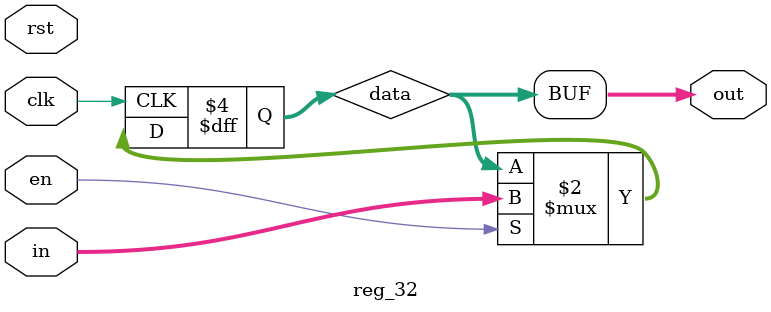
<source format=v>
module const_bit_32_0(input clk,
                      input rst,
                      output [31:0] out);

   assign out = 0;
   
endmodule
   
module const_bit_32_1(input clk,
                      input rst,
                      output [31:0] out);

   assign out = 1;
   
endmodule
   

module const_bit_32_10(input clk,
                      input rst,
                      output [31:0] out);

   assign out = 10;
   
endmodule
   
module reg_bit_32(input clk,
                  input rst,

                  input [31:0] in,
                  input en,
                  output [31:0] current);

   reg [31:0]                   data;
   always @(posedge clk) begin
      if (en) begin
         data <= in;
      end
   end
   
   assign current = data;
   
endmodule

module adder_bit_32(input clk,
                    input         rst,

                    input [31:0]  in0,
                    input [31:0]  in1,
                    output [31:0] out);

   assign out = in0 + in1;
   
endmodule

module reg_32(input clk,
              input         rst,

              input [31:0]  in,
              input         en,
              output [31:0] out);

   reg [31:0]                   data;
   always @(posedge clk) begin
      if (en) begin
         data <= in;
      end
   end
   
   assign out = data;
   
endmodule

</source>
